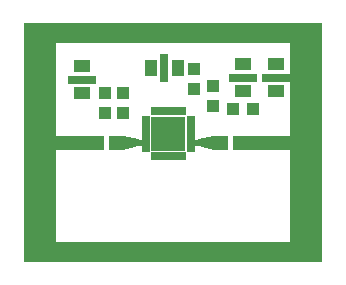
<source format=gbr>
%FSLAX34Y34*%
%MOMM*%
%LNSOLDERMASK_TOP*%
G71*
G01*
%ADD10R,0.500X0.800*%
%ADD11R,0.800X0.500*%
%ADD12R,2.950X2.950*%
%ADD13C,1.175*%
%ADD14C,0.500*%
%ADD15C,0.300*%
%ADD16R,1.100X1.100*%
%ADD17C,1.180*%
%ADD18R,1.400X1.100*%
%ADD19R,2.400X0.800*%
%ADD20R,1.100X1.400*%
%ADD21R,0.800X2.400*%
%ADD22C,2.700*%
%ADD23C,1.700*%
%LPD*%
X113212Y884232D02*
G54D10*
D03*
X113212Y922232D02*
G54D10*
D03*
X118212Y884232D02*
G54D10*
D03*
X118212Y922232D02*
G54D10*
D03*
X123212Y884232D02*
G54D10*
D03*
X123212Y922232D02*
G54D10*
D03*
X128212Y884232D02*
G54D10*
D03*
X128212Y922232D02*
G54D10*
D03*
X133212Y884232D02*
G54D10*
D03*
X133212Y922232D02*
G54D10*
D03*
X138212Y884232D02*
G54D10*
D03*
X138212Y922232D02*
G54D10*
D03*
X106712Y890732D02*
G54D11*
D03*
X144712Y890732D02*
G54D11*
D03*
X106712Y895732D02*
G54D11*
D03*
X144712Y895732D02*
G54D11*
D03*
X106712Y900732D02*
G54D11*
D03*
X144712Y900732D02*
G54D11*
D03*
X106712Y905732D02*
G54D11*
D03*
X144712Y905732D02*
G54D11*
D03*
X106712Y910732D02*
G54D11*
D03*
X144712Y910732D02*
G54D11*
D03*
X106712Y915732D02*
G54D11*
D03*
X144712Y915732D02*
G54D11*
D03*
X125712Y903232D02*
G54D12*
D03*
G54D13*
X86212Y895732D02*
X81462Y895732D01*
G36*
X81462Y901608D02*
X81462Y889858D01*
X75588Y889858D01*
X75588Y901608D01*
X81462Y901608D01*
G37*
G54D14*
X106712Y895732D02*
X86212Y895732D01*
G36*
X99712Y894732D02*
X87212Y891482D01*
X87212Y899982D01*
X99712Y896732D01*
X99712Y894732D01*
G37*
G54D15*
X99712Y894732D02*
X87212Y891482D01*
X87212Y899982D01*
X99712Y896732D01*
X99712Y894732D01*
X64762Y895832D02*
G54D16*
D03*
X81462Y895732D02*
G54D16*
D03*
G54D13*
X65556Y895753D02*
X9196Y895743D01*
G36*
X65557Y889878D02*
X65555Y901628D01*
X71430Y901629D01*
X71432Y889879D01*
X65557Y889878D01*
G37*
G36*
X9194Y901618D02*
X9197Y889868D01*
X3322Y889867D01*
X3319Y901617D01*
X9194Y901618D01*
G37*
G54D13*
X165212Y895732D02*
X169963Y895732D01*
G36*
X169963Y889858D02*
X169963Y901608D01*
X175838Y901608D01*
X175838Y889858D01*
X169963Y889858D01*
G37*
G54D14*
X144712Y895732D02*
X165212Y895732D01*
G36*
X151713Y896732D02*
X164213Y899982D01*
X164213Y891482D01*
X151713Y894732D01*
X151713Y896732D01*
G37*
G54D15*
X151713Y896732D02*
X164213Y899982D01*
X164213Y891482D01*
X151713Y894732D01*
X151713Y896732D01*
X186662Y895633D02*
G54D16*
D03*
X169963Y895733D02*
G54D16*
D03*
G54D17*
X186662Y895712D02*
X250167Y895722D01*
G36*
X186662Y901612D02*
X186663Y889812D01*
X180763Y889811D01*
X180762Y901611D01*
X186662Y901612D01*
G37*
G36*
X250168Y889822D02*
X250166Y901622D01*
X256066Y901623D01*
X256068Y889823D01*
X250168Y889822D01*
G37*
X87312Y937419D02*
G54D16*
D03*
X87212Y920719D02*
G54D16*
D03*
X72231Y920750D02*
G54D16*
D03*
X72331Y937450D02*
G54D16*
D03*
X147675Y941282D02*
G54D16*
D03*
X147775Y957982D02*
G54D16*
D03*
X163512Y926995D02*
G54D16*
D03*
X163612Y943695D02*
G54D16*
D03*
X197175Y924182D02*
G54D16*
D03*
X180475Y924282D02*
G54D16*
D03*
X52246Y937614D02*
G54D18*
D03*
X52246Y960614D02*
G54D18*
D03*
X52246Y949114D02*
G54D19*
D03*
X133840Y958710D02*
G54D20*
D03*
X110840Y958710D02*
G54D20*
D03*
X122340Y958710D02*
G54D21*
D03*
X189292Y939227D02*
G54D18*
D03*
X189292Y962227D02*
G54D18*
D03*
X189292Y950727D02*
G54D19*
D03*
X217217Y939227D02*
G54D18*
D03*
X217217Y962227D02*
G54D18*
D03*
X217217Y950727D02*
G54D19*
D03*
G54D22*
X17209Y983526D02*
X17267Y915091D01*
G36*
X30709Y983538D02*
X3709Y983515D01*
X3698Y997015D01*
X30697Y997038D01*
X30709Y983538D01*
G37*
G36*
X3767Y915080D02*
X30767Y915102D01*
X30778Y901602D01*
X3778Y901580D01*
X3767Y915080D01*
G37*
G54D22*
X242649Y983536D02*
X242644Y915118D01*
G36*
X256149Y983535D02*
X229149Y983537D01*
X229150Y997037D01*
X256150Y997035D01*
X256149Y983535D01*
G37*
G36*
X229144Y915119D02*
X256144Y915116D01*
X256143Y901616D01*
X229143Y901619D01*
X229144Y915119D01*
G37*
G54D22*
X242375Y876313D02*
X242381Y808422D01*
G36*
X255875Y876314D02*
X228875Y876311D01*
X228874Y889811D01*
X255874Y889814D01*
X255875Y876314D01*
G37*
G36*
X228881Y808420D02*
X255881Y808423D01*
X255882Y794923D01*
X228882Y794920D01*
X228881Y808420D01*
G37*
G54D22*
X17304Y876379D02*
X17299Y807961D01*
G36*
X30804Y876378D02*
X3804Y876380D01*
X3805Y889880D01*
X30805Y889878D01*
X30804Y876378D01*
G37*
G36*
X3799Y807962D02*
X30799Y807960D01*
X30798Y794460D01*
X3798Y794462D01*
X3799Y807962D01*
G37*
G54D23*
X19050Y803275D02*
X239712Y803275D01*
G54D23*
X17224Y988536D02*
X237887Y988536D01*
M02*

</source>
